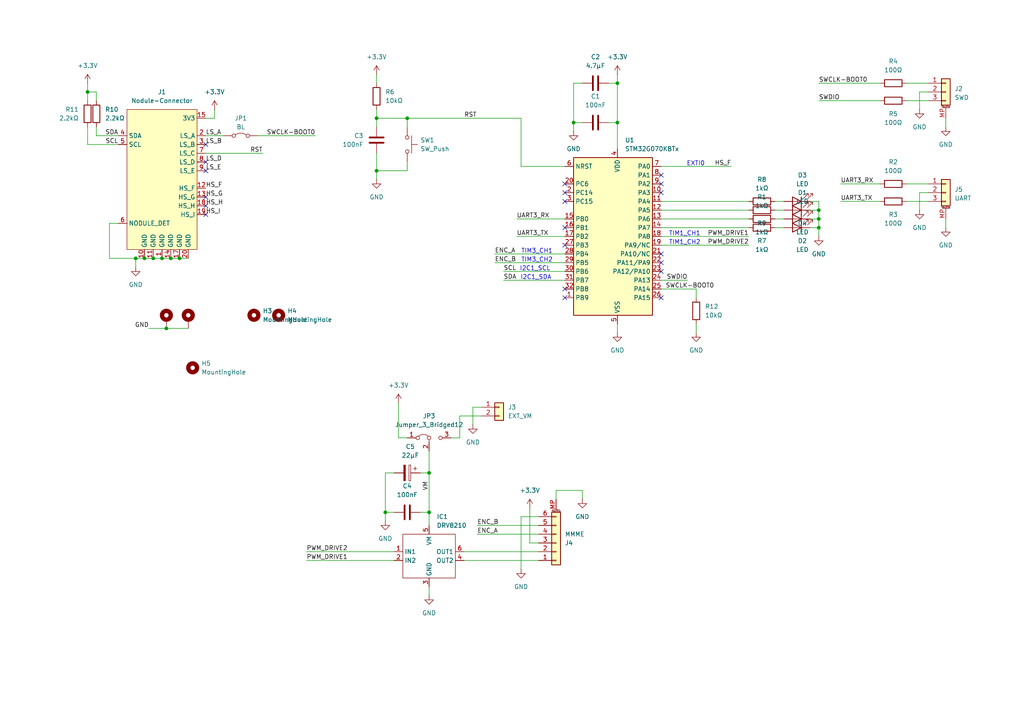
<source format=kicad_sch>
(kicad_sch (version 20231120) (generator "eeschema") (generator_version "8.0")
  (paper "A4")
  (title_block (title "Motor Hexpansion") (date "2024-05-25") (rev "V1.0") (company "Dumont Cybernetics"))
  (lib_symbols
    (symbol "Connector_Generic:Conn_01x02" (pin_names (offset 1.016) hide)
      (property "Reference" "J" (at 0 2.54 0))
      (property "Value" "Conn_01x02" (at 0 -5.08 0))
      (symbol "Conn_01x02_1_1"
        (rectangle (start -1.27 -2.413) (end 0 -2.667) (stroke (width 0.1524)))
        (rectangle (start -1.27 0.127) (end 0 -0.127) (stroke (width 0.1524)))
        (rectangle (start -1.27 1.27) (end 1.27 -3.81) (stroke (width 0.254)) (fill (type background)))
        (pin passive line (at -5.08 0 0) (length 3.81) (name "Pin_1") (number "1"))
        (pin passive line (at -5.08 -2.54 0) (length 3.81) (name "Pin_2") (number "2"))
      )
    )
    (symbol "Connector_Generic_MountingPin:Conn_01x03_MountingPin" (pin_names (offset 1.016) hide)
      (property "Reference" "J" (at 0 5.08 0))
      (property "Value" "Conn_01x03_MountingPin" (at 1.27 -5.08 0))
      (symbol "Conn_01x03_MountingPin_1_1"
        (rectangle (start -1.27 -2.413) (end 0 -2.667) (stroke (width 0.1524)))
        (rectangle (start -1.27 0.127) (end 0 -0.127) (stroke (width 0.1524)))
        (rectangle (start -1.27 2.667) (end 0 2.413) (stroke (width 0.1524)))
        (rectangle (start -1.27 3.81) (end 1.27 -3.81) (stroke (width 0.254)) (fill (type background)))
        (polyline (pts (xy -1.016 -4.572) (xy 1.016 -4.572)) (stroke (width 0.1524)))
        (text "Mounting" (at 0 -4.191 0) (effects (font (size 0.381 0.381))))
        (pin passive line (at -5.08 2.54 0) (length 3.81) (name "Pin_1") (number "1"))
        (pin passive line (at -5.08 0 0) (length 3.81) (name "Pin_2") (number "2"))
        (pin passive line (at -5.08 -2.54 0) (length 3.81) (name "Pin_3") (number "3"))
        (pin passive line (at 0 -7.62 90) (length 3.048) (name "MountPin") (number "MP"))
      )
    )
    (symbol "Connector_Generic_MountingPin:Conn_01x06_MountingPin" (pin_names (offset 1.016) hide)
      (property "Reference" "J" (at 0 7.62 0))
      (property "Value" "Conn_01x06_MountingPin" (at 1.27 -10.16 0))
      (symbol "Conn_01x06_MountingPin_1_1"
        (rectangle (start -1.27 -7.493) (end 0 -7.747) (stroke (width 0.1524)))
        (rectangle (start -1.27 -4.953) (end 0 -5.207) (stroke (width 0.1524)))
        (rectangle (start -1.27 -2.413) (end 0 -2.667) (stroke (width 0.1524)))
        (rectangle (start -1.27 0.127) (end 0 -0.127) (stroke (width 0.1524)))
        (rectangle (start -1.27 2.667) (end 0 2.413) (stroke (width 0.1524)))
        (rectangle (start -1.27 5.207) (end 0 4.953) (stroke (width 0.1524)))
        (rectangle (start -1.27 6.35) (end 1.27 -8.89) (stroke (width 0.254)) (fill (type background)))
        (polyline (pts (xy -1.016 -9.652) (xy 1.016 -9.652)) (stroke (width 0.1524)))
        (text "Mounting" (at 0 -9.271 0) (effects (font (size 0.381 0.381))))
        (pin passive line (at -5.08 5.08 0) (length 3.81) (name "Pin_1") (number "1"))
        (pin passive line (at -5.08 2.54 0) (length 3.81) (name "Pin_2") (number "2"))
        (pin passive line (at -5.08 0 0) (length 3.81) (name "Pin_3") (number "3"))
        (pin passive line (at -5.08 -2.54 0) (length 3.81) (name "Pin_4") (number "4"))
        (pin passive line (at -5.08 -5.08 0) (length 3.81) (name "Pin_5") (number "5"))
        (pin passive line (at -5.08 -7.62 0) (length 3.81) (name "Pin_6") (number "6"))
        (pin passive line (at 0 -12.7 90) (length 3.048) (name "MountPin") (number "MP"))
      )
    )
    (symbol "Device:C" (pin_numbers hide) (pin_names (offset 0.254))
      (property "Reference" "C" (at 0.635 2.54 0))
      (property "Value" "C" (at 0.635 -2.54 0))
      (symbol "C_0_1"
        (polyline (pts (xy -2.032 -0.762) (xy 2.032 -0.762)) (stroke (width 0.508)))
        (polyline (pts (xy -2.032 0.762) (xy 2.032 0.762)) (stroke (width 0.508)))
      )
      (symbol "C_1_1"
        (pin passive line (at 0 3.81 270) (length 2.794) (name "~") (number "1"))
        (pin passive line (at 0 -3.81 90) (length 2.794) (name "~") (number "2"))
      )
    )
    (symbol "Device:C_Polarized" (pin_numbers hide) (pin_names (offset 0.254))
      (property "Reference" "C" (at 0.635 2.54 0))
      (property "Value" "C_Polarized" (at 0.635 -2.54 0))
      (symbol "C_Polarized_0_1"
        (rectangle (start -2.286 0.508) (end 2.286 1.016))
        (polyline (pts (xy -1.778 2.286) (xy -0.762 2.286)))
        (polyline (pts (xy -1.27 2.794) (xy -1.27 1.778)))
        (rectangle (start 2.286 -0.508) (end -2.286 -1.016) (fill (type outline)))
      )
      (symbol "C_Polarized_1_1"
        (pin passive line (at 0 3.81 270) (length 2.794) (name "~") (number "1"))
        (pin passive line (at 0 -3.81 90) (length 2.794) (name "~") (number "2"))
      )
    )
    (symbol "Device:LED" (pin_numbers hide) (pin_names (offset 1.016) hide)
      (property "Reference" "D" (at 0 2.54 0))
      (property "Value" "LED" (at 0 -2.54 0))
      (symbol "LED_0_1"
        (polyline (pts (xy -1.27 -1.27) (xy -1.27 1.27)) (stroke (width 0.254)))
        (polyline (pts (xy -1.27 0) (xy 1.27 0)))
        (polyline (pts (xy 1.27 -1.27) (xy 1.27 1.27) (xy -1.27 0) (xy 1.27 -1.27)) (stroke (width 0.254)))
        (polyline (pts (xy -3.048 -0.762) (xy -4.572 -2.286) (xy -3.81 -2.286) (xy -4.572 -2.286) (xy -4.572 -1.524)))
        (polyline (pts (xy -1.778 -0.762) (xy -3.302 -2.286) (xy -2.54 -2.286) (xy -3.302 -2.286) (xy -3.302 -1.524)))
      )
      (symbol "LED_1_1"
        (pin passive line (at -3.81 0 0) (length 2.54) (name "K") (number "1"))
        (pin passive line (at 3.81 0 180) (length 2.54) (name "A") (number "2"))
      )
    )
    (symbol "Device:R" (pin_numbers hide) (pin_names (offset 0))
      (property "Reference" "R" (at 2.032 0 90))
      (property "Value" "R" (at 0 0 90))
      (symbol "R_0_1"
        (rectangle (start -1.016 -2.54) (end 1.016 2.54) (stroke (width 0.254)))
      )
      (symbol "R_1_1"
        (pin passive line (at 0 3.81 270) (length 1.27) (name "~") (number "1"))
        (pin passive line (at 0 -3.81 90) (length 1.27) (name "~") (number "2"))
      )
    )
    (symbol "Jumper:Jumper_2_Bridged" (pin_numbers hide) (pin_names (offset 0) hide) (exclude_from_sim yes)
      (property "Reference" "JP" (at 0 1.905 0))
      (property "Value" "Jumper_2_Bridged" (at 0 -2.54 0))
      (symbol "Jumper_2_Bridged_0_0"
        (circle (center -2.032 0) (radius 0.508))
        (circle (center 2.032 0) (radius 0.508))
      )
      (symbol "Jumper_2_Bridged_0_1"
        (arc (start 1.524 0.254) (mid 0 0.762) (end -1.524 0.254))
      )
      (symbol "Jumper_2_Bridged_1_1"
        (pin passive line (at -5.08 0 0) (length 2.54) (name "A") (number "1"))
        (pin passive line (at 5.08 0 180) (length 2.54) (name "B") (number "2"))
      )
    )
    (symbol "Jumper:Jumper_3_Bridged12" (pin_names (offset 0) hide)
      (property "Reference" "JP" (at -2.54 -2.54 0))
      (property "Value" "Jumper_3_Bridged12" (at 0 2.794 0))
      (symbol "Jumper_3_Bridged12_0_0"
        (circle (center -3.302 0) (radius 0.508))
        (circle (center 0 0) (radius 0.508))
        (circle (center 3.302 0) (radius 0.508))
      )
      (symbol "Jumper_3_Bridged12_0_1"
        (arc (start -0.254 0.508) (mid -1.651 0.9912) (end -3.048 0.508))
        (polyline (pts (xy 0 -1.27) (xy 0 -0.508)))
      )
      (symbol "Jumper_3_Bridged12_1_1"
        (pin passive line (at -6.35 0 0) (length 2.54) (name "A") (number "1"))
        (pin passive line (at 0 -3.81 90) (length 2.54) (name "C") (number "2"))
        (pin passive line (at 6.35 0 180) (length 2.54) (name "B") (number "3"))
      )
    )
    (symbol "MCU_ST_STM32G0:STM32G070KBTx"
      (property "Reference" "U" (at -10.16 24.13 0))
      (property "Value" "STM32G070KBTx" (at 5.08 24.13 0))
      (symbol "STM32G070KBTx_0_1"
        (rectangle (start -10.16 -22.86) (end 12.7 22.86) (stroke (width 0.254)) (fill (type background)))
      )
      (symbol "STM32G070KBTx_1_1"
        (pin bidirectional line (at -12.7 -17.78 0) (length 2.54) (name "PB9") (number "1"))
        (pin bidirectional line (at 15.24 12.7 180) (length 2.54) (name "PA3") (number "10"))
        (pin bidirectional line (at 15.24 10.16 180) (length 2.54) (name "PA4") (number "11"))
        (pin bidirectional line (at 15.24 7.62 180) (length 2.54) (name "PA5") (number "12"))
        (pin bidirectional line (at 15.24 5.08 180) (length 2.54) (name "PA6") (number "13"))
        (pin bidirectional line (at 15.24 2.54 180) (length 2.54) (name "PA7") (number "14"))
        (pin bidirectional line (at -12.7 5.08 0) (length 2.54) (name "PB0") (number "15"))
        (pin bidirectional line (at -12.7 2.54 0) (length 2.54) (name "PB1") (number "16"))
        (pin bidirectional line (at -12.7 0 0) (length 2.54) (name "PB2") (number "17"))
        (pin bidirectional line (at 15.24 0 180) (length 2.54) (name "PA8") (number "18"))
        (pin bidirectional line (at 15.24 -2.54 180) (length 2.54) (name "PA9/NC") (number "19"))
        (pin bidirectional line (at -12.7 12.7 0) (length 2.54) (name "PC14") (number "2"))
        (pin bidirectional line (at -12.7 15.24 0) (length 2.54) (name "PC6") (number "20"))
        (pin bidirectional line (at 15.24 -5.08 180) (length 2.54) (name "PA10/NC") (number "21"))
        (pin bidirectional line (at 15.24 -7.62 180) (length 2.54) (name "PA11/PA9") (number "22"))
        (pin bidirectional line (at 15.24 -10.16 180) (length 2.54) (name "PA12/PA10") (number "23"))
        (pin bidirectional line (at 15.24 -12.7 180) (length 2.54) (name "PA13") (number "24"))
        (pin bidirectional line (at 15.24 -15.24 180) (length 2.54) (name "PA14") (number "25"))
        (pin bidirectional line (at 15.24 -17.78 180) (length 2.54) (name "PA15") (number "26"))
        (pin bidirectional line (at -12.7 -2.54 0) (length 2.54) (name "PB3") (number "27"))
        (pin bidirectional line (at -12.7 -5.08 0) (length 2.54) (name "PB4") (number "28"))
        (pin bidirectional line (at -12.7 -7.62 0) (length 2.54) (name "PB5") (number "29"))
        (pin bidirectional line (at -12.7 10.16 0) (length 2.54) (name "PC15") (number "3"))
        (pin bidirectional line (at -12.7 -10.16 0) (length 2.54) (name "PB6") (number "30"))
        (pin bidirectional line (at -12.7 -12.7 0) (length 2.54) (name "PB7") (number "31"))
        (pin bidirectional line (at -12.7 -15.24 0) (length 2.54) (name "PB8") (number "32"))
        (pin power_in line (at 2.54 25.4 270) (length 2.54) (name "VDD") (number "4"))
        (pin power_in line (at 2.54 -25.4 90) (length 2.54) (name "VSS") (number "5"))
        (pin input line (at -12.7 20.32 0) (length 2.54) (name "NRST") (number "6"))
        (pin bidirectional line (at 15.24 20.32 180) (length 2.54) (name "PA0") (number "7"))
        (pin bidirectional line (at 15.24 17.78 180) (length 2.54) (name "PA1") (number "8"))
        (pin bidirectional line (at 15.24 15.24 180) (length 2.54) (name "PA2") (number "9"))
      )
    )
    (symbol "Mechanical:MountingHole" (pin_names (offset 1.016))
      (property "Reference" "H" (at 0 5.08 0))
      (property "Value" "MountingHole" (at 0 3.175 0))
      (symbol "MountingHole_0_1"
        (circle (center 0 0) (radius 1.27) (stroke (width 1.27)))
      )
    )
    (symbol "Mechanical:MountingHole_Pad" (pin_numbers hide) (pin_names (offset 1.016) hide)
      (property "Reference" "H" (at 0 6.35 0))
      (property "Value" "MountingHole_Pad" (at 0 4.445 0))
      (symbol "MountingHole_Pad_0_1"
        (circle (center 0 1.27) (radius 1.27) (stroke (width 1.27)))
      )
      (symbol "MountingHole_Pad_1_1"
        (pin input line (at 0 -2.54 90) (length 2.54) (name "1") (number "1"))
      )
    )
    (symbol "MountingHole_1" (pin_names (offset 1.016)) (exclude_from_sim yes) (in_bom no)
      (property "Reference" "H" (at 0 5.08 0))
      (property "Value" "MountingHole" (at 0 3.175 0))
      (symbol "MountingHole_1_0_1"
        (circle (center 0 0) (radius 1.27) (stroke (width 1.27)))
      )
    )
    (symbol "Switch:SW_Push" (pin_numbers hide) (pin_names (offset 1.016) hide)
      (property "Reference" "SW" (at 1.27 2.54 0))
      (property "Value" "SW_Push" (at 0 -1.524 0))
      (symbol "SW_Push_0_1"
        (circle (center -2.032 0) (radius 0.508))
        (polyline (pts (xy 0 1.27) (xy 0 3.048)))
        (polyline (pts (xy 2.54 1.27) (xy -2.54 1.27)))
        (circle (center 2.032 0) (radius 0.508))
        (pin passive line (at -5.08 0 0) (length 2.54) (name "1") (number "1"))
        (pin passive line (at 5.08 0 180) (length 2.54) (name "2") (number "2"))
      )
    )
    (symbol "extras:DRV8210"
      (property "Reference" "IC" (at 0 0 0))
      (property "Value" "DRV8210" (at 0 0 0))
      (symbol "DRV8210_1_1"
        (text_box "" (at -7.62 6.35 0) (size 15.24 -12.7) (fill (type color)) (effects (font (size 1.27 1.27)) (justify left top)))
        (pin input line (at -10.16 1.27 0) (length 2.54) (name "IN1") (number "1"))
        (pin input line (at -10.16 -1.27 0) (length 2.54) (name "IN2") (number "2"))
        (pin power_in line (at 0 -8.89 90) (length 2.54) (name "GND") (number "3"))
        (pin output line (at 10.16 -1.27 180) (length 2.54) (name "OUT2") (number "4"))
        (pin power_in line (at 0 8.89 270) (length 2.54) (name "VM") (number "5"))
        (pin output line (at 10.16 1.27 180) (length 2.54) (name "OUT1") (number "6"))
      )
    )
    (symbol "nodular:nodular-edge-connector" (in_bom no)
      (property "Reference" "J" (at -6.35 17.78 0))
      (property "Value" "Nodule-Connector" (at 0 21.59 0))
      (symbol "nodular-edge-connector_1_1"
        (rectangle (start -10.16 20.32) (end 10.16 -20.32) (fill (type background)))
        (pin power_out line (at 0 -22.86 90) (length 2.54) (name "GND") (number "1"))
        (pin passive line (at -5.08 -22.86 90) (length 2.54) (name "GND") (number "10"))
        (pin passive line (at -2.54 -22.86 90) (length 2.54) (name "GND") (number "11"))
        (pin bidirectional line (at 12.7 -2.54 180) (length 2.54) (name "HS_F") (number "12"))
        (pin bidirectional line (at 12.7 -5.08 180) (length 2.54) (name "HS_G") (number "13"))
        (pin passive line (at 2.54 -22.86 90) (length 2.54) (name "GND") (number "14"))
        (pin power_out line (at 12.7 17.78 180) (length 2.54) (name "3V3") (number "15"))
        (pin passive line (at 12.7 17.78 180) (length 2.54) hide (name "3V3") (number "16"))
        (pin passive line (at 5.08 -22.86 90) (length 2.54) (name "GND") (number "17"))
        (pin bidirectional line (at 12.7 -7.62 180) (length 2.54) (name "HS_H") (number "18"))
        (pin bidirectional line (at 12.7 -10.16 180) (length 2.54) (name "HS_I") (number "19"))
        (pin bidirectional line (at 12.7 12.7 180) (length 2.54) (name "LS_A") (number "2"))
        (pin passive line (at 7.62 -22.86 90) (length 2.54) (name "GND") (number "20"))
        (pin bidirectional line (at 12.7 10.16 180) (length 2.54) (name "LS_B") (number "3"))
        (pin bidirectional line (at -12.7 12.7 0) (length 2.54) (name "SDA") (number "4"))
        (pin output line (at -12.7 10.16 0) (length 2.54) (name "SCL") (number "5"))
        (pin bidirectional line (at -12.7 -12.7 0) (length 2.54) (name "NODULE_DET") (number "6"))
        (pin bidirectional line (at 12.7 7.62 180) (length 2.54) (name "LS_C") (number "7"))
        (pin bidirectional line (at 12.7 5.08 180) (length 2.54) (name "LS_D") (number "8"))
        (pin bidirectional line (at 12.7 2.54 180) (length 2.54) (name "LS_E") (number "9"))
      )
    )
    (symbol "power:+3.3V" (power) (pin_numbers hide) (pin_names (offset 0) hide)
      (property "Value" "+3.3V" (at 0 3.556 0))
      (symbol "+3.3V_0_1"
        (polyline (pts (xy -0.762 1.27) (xy 0 2.54)))
        (polyline (pts (xy 0 0) (xy 0 2.54)))
        (polyline (pts (xy 0 2.54) (xy 0.762 1.27)))
      )
      (symbol "+3.3V_1_1"
        (pin power_in line (at 0 0 90) (length 0) (name "~") (number "1"))
      )
    )
    (symbol "power:GND" (power) (pin_numbers hide) (pin_names (offset 0) hide)
      (property "Value" "GND" (at 0 -3.81 0))
      (symbol "GND_0_1"
        (polyline (pts (xy 0 0) (xy 0 -1.27) (xy 1.27 -1.27) (xy 0 -2.54) (xy -1.27 -1.27) (xy 0 -1.27)))
      )
      (symbol "GND_1_1"
        (pin power_in line (at 0 0 270) (length 0) (name "~") (number "1"))
      )
    )
    (symbol "power:PWR_FLAG" (power) (pin_numbers hide) (pin_names (offset 0) hide)
      (property "Value" "PWR_FLAG" (at 0 3.81 0))
      (symbol "PWR_FLAG_0_0"
        (pin power_out line (at 0 0 90) (length 0) (name "~") (number "1"))
      )
      (symbol "PWR_FLAG_0_1"
        (polyline (pts (xy 0 0) (xy 0 1.27) (xy -1.016 1.905) (xy 0 2.54) (xy 1.016 1.905) (xy 0 1.27)))
      )
    )
  )
  (junction (at 237.49 66.04))
  (junction (at 166.37 35.56))
  (junction (at 111.76 148.59))
  (junction (at 52.07 74.93))
  (junction (at 179.07 24.13))
  (junction (at 44.45 74.93))
  (junction (at 109.22 34.29))
  (junction (at 179.07 35.56))
  (junction (at 49.53 74.93))
  (junction (at 46.99 74.93))
  (junction (at 39.37 74.93))
  (junction (at 237.49 60.96))
  (junction (at 41.91 74.93))
  (junction (at 124.46 148.59))
  (junction (at 109.22 49.53))
  (junction (at 118.11 34.29))
  (junction (at 25.4 26.67))
  (junction (at 124.46 137.16))
  (junction (at 48.26 95.25))
  (junction (at 237.49 63.5))
  (no_connect (at 191.77 86.36))
  (no_connect (at 191.77 78.74))
  (no_connect (at 59.69 49.53))
  (no_connect (at 59.69 59.69))
  (no_connect (at 163.83 55.88))
  (no_connect (at 163.83 58.42))
  (no_connect (at 59.69 41.91))
  (no_connect (at 191.77 55.88))
  (no_connect (at 163.83 86.36))
  (no_connect (at 191.77 50.8))
  (no_connect (at 163.83 83.82))
  (no_connect (at 59.69 57.15))
  (no_connect (at 191.77 73.66))
  (no_connect (at 163.83 66.04))
  (no_connect (at 59.69 46.99))
  (no_connect (at 163.83 71.12))
  (no_connect (at 191.77 76.2))
  (no_connect (at 59.69 62.23))
  (no_connect (at 163.83 53.34))
  (no_connect (at 191.77 53.34))
  (wire (pts (xy 201.93 93.98) (xy 201.93 96.52)))
  (wire (pts (xy 48.26 95.25) (xy 54.61 95.25)))
  (wire (pts (xy 44.45 74.93) (xy 46.99 74.93)))
  (wire (pts (xy 27.94 39.37) (xy 34.29 39.37)))
  (wire (pts (xy 46.99 74.93) (xy 49.53 74.93)))
  (wire (pts (xy 133.35 127) (xy 130.81 127)))
  (wire (pts (xy 149.86 68.58) (xy 163.83 68.58)))
  (wire (pts (xy 109.22 44.45) (xy 109.22 49.53)))
  (wire (pts (xy 49.53 74.93) (xy 52.07 74.93)))
  (wire (pts (xy 124.46 170.18) (xy 124.46 172.72)))
  (wire (pts (xy 138.43 152.4) (xy 156.21 152.4)))
  (wire (pts (xy 234.95 58.42) (xy 237.49 58.42)))
  (wire (pts (xy 269.24 55.88) (xy 266.7 55.88)))
  (wire (pts (xy 179.07 93.98) (xy 179.07 96.52)))
  (wire (pts (xy 227.33 66.04) (xy 224.79 66.04)))
  (wire (pts (xy 25.4 29.21) (xy 25.4 26.67)))
  (wire (pts (xy 39.37 74.93) (xy 41.91 74.93)))
  (wire (pts (xy 121.92 148.59) (xy 124.46 148.59)))
  (wire (pts (xy 191.77 58.42) (xy 217.17 58.42)))
  (wire (pts (xy 118.11 49.53) (xy 118.11 46.99)))
  (wire (pts (xy 179.07 21.59) (xy 179.07 24.13)))
  (wire (pts (xy 124.46 148.59) (xy 124.46 152.4)))
  (wire (pts (xy 161.29 142.24) (xy 168.91 142.24)))
  (wire (pts (xy 31.75 64.77) (xy 31.75 74.93)))
  (wire (pts (xy 237.49 58.42) (xy 237.49 60.96)))
  (wire (pts (xy 134.62 160.02) (xy 156.21 160.02)))
  (wire (pts (xy 143.51 76.2) (xy 163.83 76.2)))
  (wire (pts (xy 134.62 162.56) (xy 156.21 162.56)))
  (wire (pts (xy 133.35 120.65) (xy 133.35 127)))
  (wire (pts (xy 34.29 64.77) (xy 31.75 64.77)))
  (wire (pts (xy 191.77 83.82) (xy 201.93 83.82)))
  (wire (pts (xy 34.29 41.91) (xy 25.4 41.91)))
  (wire (pts (xy 25.4 26.67) (xy 27.94 26.67)))
  (wire (pts (xy 234.95 60.96) (xy 237.49 60.96)))
  (wire (pts (xy 274.32 34.29) (xy 274.32 36.83)))
  (wire (pts (xy 25.4 41.91) (xy 25.4 36.83)))
  (wire (pts (xy 237.49 24.13) (xy 255.27 24.13)))
  (wire (pts (xy 114.3 160.02) (xy 88.9 160.02)))
  (wire (pts (xy 153.67 147.32) (xy 153.67 157.48)))
  (wire (pts (xy 237.49 66.04) (xy 237.49 68.58)))
  (wire (pts (xy 109.22 49.53) (xy 118.11 49.53)))
  (wire (pts (xy 114.3 162.56) (xy 88.9 162.56)))
  (wire (pts (xy 62.23 34.29) (xy 59.69 34.29)))
  (wire (pts (xy 262.89 24.13) (xy 269.24 24.13)))
  (wire (pts (xy 109.22 21.59) (xy 109.22 24.13)))
  (wire (pts (xy 153.67 157.48) (xy 156.21 157.48)))
  (wire (pts (xy 234.95 66.04) (xy 237.49 66.04)))
  (wire (pts (xy 151.13 34.29) (xy 151.13 48.26)))
  (wire (pts (xy 191.77 63.5) (xy 217.17 63.5)))
  (wire (pts (xy 191.77 71.12) (xy 217.17 71.12)))
  (wire (pts (xy 201.93 83.82) (xy 201.93 86.36)))
  (wire (pts (xy 25.4 24.13) (xy 25.4 26.67)))
  (wire (pts (xy 269.24 26.67) (xy 266.7 26.67)))
  (wire (pts (xy 115.57 127) (xy 118.11 127)))
  (wire (pts (xy 109.22 49.53) (xy 109.22 52.07)))
  (wire (pts (xy 166.37 35.56) (xy 168.91 35.56)))
  (wire (pts (xy 166.37 35.56) (xy 166.37 38.1)))
  (wire (pts (xy 115.57 116.84) (xy 115.57 127)))
  (wire (pts (xy 62.23 31.75) (xy 62.23 34.29)))
  (wire (pts (xy 139.7 120.65) (xy 133.35 120.65)))
  (wire (pts (xy 266.7 26.67) (xy 266.7 31.75)))
  (wire (pts (xy 74.93 39.37) (xy 91.44 39.37)))
  (wire (pts (xy 138.43 154.94) (xy 156.21 154.94)))
  (wire (pts (xy 262.89 53.34) (xy 269.24 53.34)))
  (wire (pts (xy 179.07 24.13) (xy 179.07 35.56)))
  (wire (pts (xy 121.92 137.16) (xy 124.46 137.16)))
  (wire (pts (xy 109.22 34.29) (xy 118.11 34.29)))
  (wire (pts (xy 43.18 95.25) (xy 48.26 95.25)))
  (wire (pts (xy 237.49 29.21) (xy 255.27 29.21)))
  (wire (pts (xy 262.89 29.21) (xy 269.24 29.21)))
  (wire (pts (xy 212.09 48.26) (xy 191.77 48.26)))
  (wire (pts (xy 59.69 39.37) (xy 64.77 39.37)))
  (wire (pts (xy 176.53 35.56) (xy 179.07 35.56)))
  (wire (pts (xy 168.91 24.13) (xy 166.37 24.13)))
  (wire (pts (xy 234.95 63.5) (xy 237.49 63.5)))
  (wire (pts (xy 109.22 31.75) (xy 109.22 34.29)))
  (wire (pts (xy 151.13 149.86) (xy 151.13 165.1)))
  (wire (pts (xy 137.16 123.19) (xy 137.16 118.11)))
  (wire (pts (xy 109.22 34.29) (xy 109.22 36.83)))
  (wire (pts (xy 137.16 118.11) (xy 139.7 118.11)))
  (wire (pts (xy 146.05 81.28) (xy 163.83 81.28)))
  (wire (pts (xy 31.75 74.93) (xy 39.37 74.93)))
  (wire (pts (xy 237.49 63.5) (xy 237.49 66.04)))
  (wire (pts (xy 27.94 36.83) (xy 27.94 39.37)))
  (wire (pts (xy 227.33 58.42) (xy 224.79 58.42)))
  (wire (pts (xy 111.76 137.16) (xy 111.76 148.59)))
  (wire (pts (xy 243.84 53.34) (xy 255.27 53.34)))
  (wire (pts (xy 156.21 149.86) (xy 151.13 149.86)))
  (wire (pts (xy 176.53 24.13) (xy 179.07 24.13)))
  (wire (pts (xy 111.76 148.59) (xy 111.76 151.13)))
  (wire (pts (xy 27.94 26.67) (xy 27.94 29.21)))
  (wire (pts (xy 114.3 137.16) (xy 111.76 137.16)))
  (wire (pts (xy 274.32 63.5) (xy 274.32 66.04)))
  (wire (pts (xy 161.29 144.78) (xy 161.29 142.24)))
  (wire (pts (xy 124.46 130.81) (xy 124.46 137.16)))
  (wire (pts (xy 191.77 68.58) (xy 217.17 68.58)))
  (wire (pts (xy 243.84 58.42) (xy 255.27 58.42)))
  (wire (pts (xy 304.8 144.78) (xy 304.8 148.59)))
  (wire (pts (xy 179.07 35.56) (xy 179.07 43.18)))
  (wire (pts (xy 191.77 66.04) (xy 217.17 66.04)))
  (wire (pts (xy 143.51 73.66) (xy 163.83 73.66)))
  (wire (pts (xy 149.86 63.5) (xy 163.83 63.5)))
  (wire (pts (xy 59.69 44.45) (xy 76.2 44.45)))
  (wire (pts (xy 151.13 48.26) (xy 163.83 48.26)))
  (wire (pts (xy 124.46 137.16) (xy 124.46 148.59)))
  (wire (pts (xy 191.77 60.96) (xy 217.17 60.96)))
  (wire (pts (xy 227.33 60.96) (xy 224.79 60.96)))
  (wire (pts (xy 146.05 78.74) (xy 163.83 78.74)))
  (wire (pts (xy 114.3 148.59) (xy 111.76 148.59)))
  (wire (pts (xy 191.77 81.28) (xy 199.39 81.28)))
  (wire (pts (xy 118.11 34.29) (xy 118.11 36.83)))
  (wire (pts (xy 227.33 63.5) (xy 224.79 63.5)))
  (wire (pts (xy 304.8 148.59) (xy 311.15 148.59)))
  (wire (pts (xy 237.49 60.96) (xy 237.49 63.5)))
  (wire (pts (xy 166.37 24.13) (xy 166.37 35.56)))
  (wire (pts (xy 262.89 58.42) (xy 269.24 58.42)))
  (wire (pts (xy 266.7 55.88) (xy 266.7 60.96)))
  (wire (pts (xy 52.07 74.93) (xy 54.61 74.93)))
  (wire (pts (xy 168.91 142.24) (xy 168.91 144.78)))
  (wire (pts (xy 118.11 34.29) (xy 151.13 34.29)))
  (wire (pts (xy 41.91 74.93) (xy 44.45 74.93)))
  (wire (pts (xy 39.37 74.93) (xy 39.37 77.47)))
  (text "TIM1_CH2" (at 203.2 71.12 0) (effects (font (size 1.27 1.27)) (justify right bottom)))
  (text "EXTI0" (at 204.47 48.26 0) (effects (font (size 1.27 1.27)) (justify right bottom)))
  (text "I2C1_SDA" (at 155.448 80.518 0) (effects (font (size 1.27 1.27))))
  (text "TIM1_CH1" (at 203.2 68.58 0) (effects (font (size 1.27 1.27)) (justify right bottom)))
  (text "I2C1_SCL" (at 155.194 77.978 0) (effects (font (size 1.27 1.27))))
  (text "TIM3_CH1" (at 151.13 73.66 0) (effects (font (size 1.27 1.27)) (justify left bottom)))
  (text "TIM3_CH2" (at 151.13 76.2 0) (effects (font (size 1.27 1.27)) (justify left bottom)))
  (label "PWM_DRIVE1" (at 217.17 68.58 180))
  (label "VM" (at 311.15 148.59 180))
  (label "PWM_DRIVE2" (at 88.9 160.02 0))
  (label "GND" (at 43.18 95.25 180))
  (label "ENC_B" (at 138.43 152.4 0))
  (label "LS_E" (at 59.69 49.53 0))
  (label "LS_A" (at 59.69 39.37 0))
  (label "SCL" (at 34.29 41.91 180))
  (label "ENC_A" (at 143.51 73.66 0))
  (label "ENC_B" (at 143.51 76.2 0))
  (label "VM" (at 124.46 142.24 90))
  (label "SDA" (at 34.29 39.37 180))
  (label "UART3_RX" (at 149.86 63.5 0))
  (label "HS_I" (at 59.69 62.23 0))
  (label "RST" (at 76.2 44.45 180))
  (label "SWCLK-BOOT0" (at 237.49 24.13 0))
  (label "HS_F" (at 59.69 54.61 0))
  (label "HS_F" (at 212.09 48.26 180))
  (label "HS_G" (at 59.69 57.15 0))
  (label "SWCLK-BOOT0" (at 91.44 39.37 180))
  (label "UART3_RX" (at 243.84 53.34 0))
  (label "ENC_A" (at 138.43 154.94 0))
  (label "UART3_TX" (at 243.84 58.42 0))
  (label "SWDIO" (at 199.39 81.28 180))
  (label "HS_H" (at 59.69 59.69 0))
  (label "PWM_DRIVE2" (at 217.17 71.12 180))
  (label "LS_D" (at 59.69 46.99 0))
  (label "PWM_DRIVE1" (at 88.9 162.56 0))
  (label "SWCLK-BOOT0" (at 193.04 83.82 0))
  (label "LS_B" (at 59.69 41.91 0))
  (label "SCL" (at 146.05 78.74 0))
  (label "SDA" (at 146.05 81.28 0))
  (label "RST" (at 134.62 34.29 0))
  (label "SWDIO" (at 237.49 29.21 0))
  (label "UART3_TX" (at 149.86 68.58 0))
  (symbol (lib_id "power:GND") (at 39.37 77.47 0) (unit 1)
    (property "Reference" "#PWR06" (effects (hide yes)))
    (property "Value" "GND" (at 39.37 82.55 0))
    (property "Description" "Power symbol creates a global label with name \"GND\" , ground" (effects (hide yes)))
  )
  (symbol (lib_id "Device:R") (at 220.98 63.5 90) (unit 1)
    (property "Reference" "R1" (at 220.98 57.15 90))
    (property "Value" "1kΩ" (at 220.98 59.69 90))
    (property "Footprint" "Resistor_SMD:R_0603_1608Metric" (effects (hide yes)))
  )
  (symbol (lib_id "power:GND") (at 111.76 151.13 0) (unit 1)
    (property "Reference" "#PWR015" (effects (hide yes)))
    (property "Value" "GND" (at 111.76 156.21 0))
    (property "Description" "Power symbol creates a global label with name \"GND\" , ground" (effects (hide yes)))
  )
  (symbol (lib_id "Mechanical:MountingHole") (at 73.66 91.44 0) (unit 1)
    (property "Reference" "H3" (at 76.2 90.1699 0) (effects (justify left)))
    (property "Value" "MountingHole" (at 76.2 92.7099 0) (effects (justify left)))
    (property "Footprint" "MountingHole:MountingHole_2.2mm_M2" (effects (hide yes)))
    (property "Description" "Mounting Hole without connection" (effects (hide yes)))
  )
  (symbol (lib_id "Connector_Generic_MountingPin:Conn_01x03_MountingPin") (at 274.32 26.67 0) (unit 1)
    (property "Reference" "J2" (at 276.86 25.7555 0) (effects (justify left)))
    (property "Value" "SWD" (at 276.86 28.2955 0) (effects (justify left)))
    (property "Footprint" "Connector_JST:JST_SH_SM03B-SRSS-TB_1x03-1MP_P1.00mm_Horizontal" (effects (hide yes)))
    (property "Description" "Generic connectable mounting pin connector, single row, 01x03, script generated (kicad-library-utils/schlib/autogen/connector/)" (effects (hide yes)))
  )
  (symbol (lib_id "Device:R") (at 109.22 27.94 0) (unit 1)
    (property "Reference" "R6" (at 111.76 26.6699 0) (effects (justify left)))
    (property "Value" "10kΩ" (at 111.76 29.2099 0) (effects (justify left)))
    (property "Footprint" "Resistor_SMD:R_0603_1608Metric" (effects (hide yes)))
    (property "Description" "Resistor" (effects (hide yes)))
  )
  (symbol (lib_id "power:GND") (at 109.22 52.07 0) (unit 1)
    (property "Reference" "#PWR014" (effects (hide yes)))
    (property "Value" "GND" (at 109.22 57.15 0))
    (property "Description" "Power symbol creates a global label with name \"GND\" , ground" (effects (hide yes)))
  )
  (symbol (lib_id "power:GND") (at 137.16 123.19 0) (unit 1)
    (property "Reference" "#PWR09" (effects (hide yes)))
    (property "Value" "GND" (at 137.16 128.27 0))
    (property "Description" "Power symbol creates a global label with name \"GND\" , ground" (effects (hide yes)))
  )
  (symbol (lib_id "Device:R") (at 220.98 58.42 90) (unit 1)
    (property "Reference" "R8" (at 220.98 52.07 90))
    (property "Value" "1kΩ" (at 220.98 54.61 90))
    (property "Footprint" "Resistor_SMD:R_0603_1608Metric" (effects (hide yes)))
  )
  (symbol (lib_id "Device:C_Polarized") (at 118.11 137.16 270) (unit 1)
    (property "Reference" "C5" (at 118.999 129.54 90))
    (property "Value" "22µF" (at 118.999 132.08 90))
    (property "Footprint" "Capacitor_SMD:CP_Elec_5x5.4" (effects (hide yes)))
    (property "Description" "Polarized capacitor" (effects (hide yes)))
  )
  (symbol (lib_name "MountingHole_1") (lib_id "Mechanical:MountingHole") (at 55.88 106.68 0) (unit 1) (exclude_from_sim yes) (in_bom no)
    (property "Reference" "H5" (at 58.42 105.4099 0) (effects (justify left)))
    (property "Value" "MountingHole" (at 58.42 107.9499 0) (effects (justify left)))
    (property "Footprint" "extras:dclogo" (effects (hide yes)))
    (property "Description" "Mounting Hole without connection" (effects (hide yes)))
  )
  (symbol (lib_id "Device:C") (at 109.22 40.64 0) (unit 1)
    (property "Reference" "C3" (at 105.41 39.3699 0) (effects (justify right)))
    (property "Value" "100nF" (at 105.41 41.9099 0) (effects (justify right)))
    (property "Footprint" "Capacitor_SMD:C_0603_1608Metric" (effects (hide yes)))
    (property "Description" "Unpolarized capacitor" (effects (hide yes)))
  )
  (symbol (lib_id "Device:LED") (at 231.14 58.42 180) (unit 1)
    (property "Reference" "D3" (at 232.7275 50.8 0))
    (property "Value" "LED" (at 232.7275 53.34 0))
    (property "Footprint" "LED_SMD:LED_0603_1608Metric_Pad1.05x0.95mm_HandSolder" (effects (hide yes)))
  )
  (symbol (lib_id "Mechanical:MountingHole_Pad") (at 48.26 92.71 0) (unit 1)
    (property "Reference" "H1" (effects (hide yes)))
    (property "Value" "MountingHole_Pad" (effects (hide yes)))
    (property "Footprint" "MountingHole:MountingHole_2.2mm_M2_Pad_Via" (effects (hide yes)))
  )
  (symbol (lib_id "Device:LED") (at 231.14 63.5 180) (unit 1)
    (property "Reference" "D1" (at 232.7275 55.88 0))
    (property "Value" "LED" (at 232.7275 58.42 0))
    (property "Footprint" "LED_SMD:LED_0603_1608Metric_Pad1.05x0.95mm_HandSolder" (effects (hide yes)))
  )
  (symbol (lib_id "power:GND") (at 266.7 31.75 0) (unit 1)
    (property "Reference" "#PWR01" (effects (hide yes)))
    (property "Value" "GND" (at 266.7 36.83 0))
    (property "Description" "Power symbol creates a global label with name \"GND\" , ground" (effects (hide yes)))
  )
  (symbol (lib_id "power:GND") (at 274.32 66.04 0) (unit 1)
    (property "Reference" "#PWR020" (effects (hide yes)))
    (property "Value" "GND" (at 274.32 71.12 0))
    (property "Description" "Power symbol creates a global label with name \"GND\" , ground" (effects (hide yes)))
  )
  (symbol (lib_id "power:GND") (at 166.37 38.1 0) (unit 1)
    (property "Reference" "#PWR02" (effects (hide yes)))
    (property "Value" "GND" (at 166.37 43.18 0))
    (property "Description" "Power symbol creates a global label with name \"GND\" , ground" (effects (hide yes)))
  )
  (symbol (lib_id "Mechanical:MountingHole") (at 80.8212 91.4401 0) (unit 1)
    (property "Reference" "H4" (at 83.3612 90.17 0) (effects (justify left)))
    (property "Value" "MountingHole" (at 83.3612 92.71 0) (effects (justify left)))
    (property "Footprint" "MountingHole:MountingHole_2.2mm_M2" (effects (hide yes)))
    (property "Description" "Mounting Hole without connection" (effects (hide yes)))
  )
  (symbol (lib_id "Device:R") (at 259.08 24.13 90) (unit 1)
    (property "Reference" "R4" (at 259.08 17.78 90))
    (property "Value" "100Ω" (at 259.08 20.32 90))
    (property "Footprint" "Resistor_SMD:R_0603_1608Metric" (effects (hide yes)))
    (property "Description" "Resistor" (effects (hide yes)))
  )
  (symbol (lib_id "Device:R") (at 220.98 66.04 270) (mirror x) (unit 1)
    (property "Reference" "R7" (at 220.98 69.85 90))
    (property "Value" "1kΩ" (at 220.98 72.39 90))
    (property "Footprint" "Resistor_SMD:R_0603_1608Metric" (effects (hide yes)))
  )
  (symbol (lib_id "Device:R") (at 259.08 29.21 90) (unit 1)
    (property "Reference" "R5" (at 259.08 33.02 90))
    (property "Value" "100Ω" (at 259.08 35.56 90))
    (property "Footprint" "Resistor_SMD:R_0603_1608Metric" (effects (hide yes)))
    (property "Description" "Resistor" (effects (hide yes)))
  )
  (symbol (lib_id "Device:LED") (at 231.14 66.04 180) (unit 1)
    (property "Reference" "D2" (at 232.7275 69.85 0))
    (property "Value" "LED" (at 232.7275 72.39 0))
    (property "Footprint" "LED_SMD:LED_0603_1608Metric_Pad1.05x0.95mm_HandSolder" (effects (hide yes)))
  )
  (symbol (lib_id "power:PWR_FLAG") (at 304.8 144.78 0) (unit 1)
    (property "Reference" "#FLG01" (effects (hide yes)))
    (property "Value" "PWR_FLAG" (at 304.8 139.7 0))
    (property "Description" "Special symbol for telling ERC where power comes from" (effects (hide yes)))
  )
  (symbol (lib_id "Mechanical:MountingHole_Pad") (at 54.61 92.71 0) (unit 1)
    (property "Reference" "H2" (effects (hide yes)))
    (property "Value" "MountingHole_Pad" (effects (hide yes)))
    (property "Footprint" "MountingHole:MountingHole_2.2mm_M2_Pad_Via" (effects (hide yes)))
  )
  (symbol (lib_id "Device:R") (at 259.08 58.42 90) (unit 1)
    (property "Reference" "R3" (at 259.08 62.23 90))
    (property "Value" "100Ω" (at 259.08 64.77 90))
    (property "Footprint" "Resistor_SMD:R_0603_1608Metric" (effects (hide yes)))
    (property "Description" "Resistor" (effects (hide yes)))
  )
  (symbol (lib_id "power:GND") (at 124.46 172.72 0) (unit 1)
    (property "Reference" "#PWR07" (effects (hide yes)))
    (property "Value" "GND" (at 124.46 177.8 0))
    (property "Description" "Power symbol creates a global label with name \"GND\" , ground" (effects (hide yes)))
  )
  (symbol (lib_id "power:+3.3V") (at 179.07 21.59 0) (unit 1)
    (property "Reference" "#PWR03" (effects (hide yes)))
    (property "Value" "+3.3V" (at 179.07 16.51 0))
    (property "Description" "Power symbol creates a global label with name \"+3.3V\"" (effects (hide yes)))
  )
  (symbol (lib_id "nodular:nodular-edge-connector") (at 46.99 52.07 0) (unit 1) (exclude_from_sim yes) (in_bom no)
    (property "Reference" "J1" (at 46.99 26.67 0))
    (property "Value" "Nodule-Connector" (at 46.99 29.21 0))
    (property "Footprint" "nodular:nodule-edge-connector" (effects (hide yes)))
  )
  (symbol (lib_id "Connector_Generic_MountingPin:Conn_01x06_MountingPin") (at 161.29 157.48 0) (mirror x) (unit 1)
    (property "Reference" "J4" (at 163.83 157.4801 0) (effects (justify left)))
    (property "Value" "MMME" (at 163.83 154.9401 0) (effects (justify left)))
    (property "Footprint" "Connector_JST:JST_SH_SM06B-SRSS-TB_1x06-1MP_P1.00mm_Horizontal" (effects (hide yes)))
    (property "Description" "Generic connectable mounting pin connector, single row, 01x06, script generated (kicad-library-utils/schlib/autogen/connector/)" (effects (hide yes)))
  )
  (symbol (lib_id "Device:R") (at 27.94 33.02 0) (unit 1)
    (property "Reference" "R10" (at 30.48 31.7499 0) (effects (justify left)))
    (property "Value" "2.2kΩ" (at 30.48 34.2899 0) (effects (justify left)))
    (property "Footprint" "Resistor_SMD:R_0603_1608Metric" (effects (hide yes)))
    (property "Description" "Resistor" (effects (hide yes)))
  )
  (symbol (lib_id "Jumper:Jumper_2_Bridged") (at 69.85 39.37 0) (unit 1) (exclude_from_sim yes)
    (property "Reference" "JP1" (at 69.85 34.29 0))
    (property "Value" "BL" (at 69.85 36.83 0))
    (property "Footprint" "Jumper:SolderJumper-2_P1.3mm_Bridged_Pad1.0x1.5mm" (effects (hide yes)))
    (property "Description" "Jumper, 2-pole, closed/bridged" (effects (hide yes)))
  )
  (symbol (lib_id "Device:R") (at 220.98 60.96 90) (unit 1)
    (property "Reference" "R9" (at 220.98 64.77 90))
    (property "Value" "1kΩ" (at 220.98 67.31 90))
    (property "Footprint" "Resistor_SMD:R_0603_1608Metric" (effects (hide yes)))
  )
  (symbol (lib_id "power:GND") (at 179.07 96.52 0) (unit 1)
    (property "Reference" "#PWR04" (effects (hide yes)))
    (property "Value" "GND" (at 179.07 101.6 0))
    (property "Description" "Power symbol creates a global label with name \"GND\" , ground" (effects (hide yes)))
  )
  (symbol (lib_id "Device:C") (at 172.72 35.56 90) (unit 1)
    (property "Reference" "C1" (at 172.72 27.94 90))
    (property "Value" "100nF" (at 172.72 30.48 90))
    (property "Footprint" "Capacitor_SMD:C_0603_1608Metric" (effects (hide yes)))
    (property "Description" "Unpolarized capacitor" (effects (hide yes)))
  )
  (symbol (lib_id "power:GND") (at 168.91 144.78 0) (unit 1)
    (property "Reference" "#PWR017" (effects (hide yes)))
    (property "Value" "GND" (at 168.91 149.86 0))
    (property "Description" "Power symbol creates a global label with name \"GND\" , ground" (effects (hide yes)))
  )
  (symbol (lib_id "Connector_Generic_MountingPin:Conn_01x03_MountingPin") (at 274.32 55.88 0) (unit 1)
    (property "Reference" "J5" (at 276.86 54.9655 0) (effects (justify left)))
    (property "Value" "UART" (at 276.86 57.5055 0) (effects (justify left)))
    (property "Footprint" "Connector_JST:JST_SH_SM03B-SRSS-TB_1x03-1MP_P1.00mm_Horizontal" (effects (hide yes)))
    (property "Description" "Generic connectable mounting pin connector, single row, 01x03, script generated (kicad-library-utils/schlib/autogen/connector/)" (effects (hide yes)))
  )
  (symbol (lib_id "Connector_Generic:Conn_01x02") (at 144.78 118.11 0) (unit 1)
    (property "Reference" "J3" (at 147.32 118.1099 0) (effects (justify left)))
    (property "Value" "EXT_VM" (at 147.32 120.6499 0) (effects (justify left)))
    (property "Footprint" "Connector_Molex:Molex_KK-254_AE-6410-02A_1x02_P2.54mm_Vertical" (effects (hide yes)))
    (property "Description" "Generic connector, single row, 01x02, script generated (kicad-library-utils/schlib/autogen/connector/)" (effects (hide yes)))
  )
  (symbol (lib_id "power:GND") (at 237.49 68.58 0) (unit 1)
    (property "Reference" "#PWR018" (effects (hide yes)))
    (property "Value" "GND" (at 237.49 73.66 0))
    (property "Description" "Power symbol creates a global label with name \"GND\" , ground" (effects (hide yes)))
  )
  (symbol (lib_id "power:+3.3V") (at 109.22 21.59 0) (unit 1)
    (property "Reference" "#PWR013" (effects (hide yes)))
    (property "Value" "+3.3V" (at 109.22 16.51 0))
    (property "Description" "Power symbol creates a global label with name \"+3.3V\"" (effects (hide yes)))
  )
  (symbol (lib_id "Switch:SW_Push") (at 118.11 41.91 270) (unit 1)
    (property "Reference" "SW1" (at 121.92 40.6399 90) (effects (justify left)))
    (property "Value" "SW_Push" (at 121.92 43.1799 90) (effects (justify left)))
    (property "Footprint" "Button_Switch_SMD:Panasonic_EVQPUL_EVQPUC" (effects (hide yes)))
    (property "Description" "Push button switch, generic, two pins" (effects (hide yes)))
  )
  (symbol (lib_id "Jumper:Jumper_3_Bridged12") (at 124.46 127 0) (unit 1)
    (property "Reference" "JP3" (at 124.46 120.65 0))
    (property "Value" "Jumper_3_Bridged12" (at 124.46 123.19 0))
    (property "Footprint" "Jumper:SolderJumper-3_P1.3mm_Bridged2Bar12_Pad1.0x1.5mm_NumberLabels" (effects (hide yes)))
    (property "Description" "Jumper, 3-pole, pins 1+2 closed/bridged" (effects (hide yes)))
  )
  (symbol (lib_id "Device:C") (at 172.72 24.13 90) (unit 1)
    (property "Reference" "C2" (at 172.72 16.51 90))
    (property "Value" "4.7µF" (at 172.72 19.05 90))
    (property "Footprint" "Capacitor_SMD:C_0603_1608Metric" (effects (hide yes)))
    (property "Description" "Unpolarized capacitor" (effects (hide yes)))
  )
  (symbol (lib_id "power:GND") (at 266.7 60.96 0) (unit 1)
    (property "Reference" "#PWR012" (effects (hide yes)))
    (property "Value" "GND" (at 266.7 66.04 0))
    (property "Description" "Power symbol creates a global label with name \"GND\" , ground" (effects (hide yes)))
  )
  (symbol (lib_id "power:+3.3V") (at 25.4 24.13 0) (unit 1)
    (property "Reference" "#PWR021" (effects (hide yes)))
    (property "Value" "+3.3V" (at 25.4 19.05 0))
    (property "Description" "Power symbol creates a global label with name \"+3.3V\"" (effects (hide yes)))
  )
  (symbol (lib_id "power:GND") (at 274.32 36.83 0) (unit 1)
    (property "Reference" "#PWR019" (effects (hide yes)))
    (property "Value" "GND" (at 274.32 41.91 0))
    (property "Description" "Power symbol creates a global label with name \"GND\" , ground" (effects (hide yes)))
  )
  (symbol (lib_id "Device:LED") (at 231.14 60.96 180) (unit 1)
    (property "Reference" "D4" (at 232.7275 64.77 0))
    (property "Value" "LED" (at 232.7275 67.31 0))
    (property "Footprint" "LED_SMD:LED_0603_1608Metric_Pad1.05x0.95mm_HandSolder" (effects (hide yes)))
  )
  (symbol (lib_id "power:GND") (at 151.13 165.1 0) (unit 1)
    (property "Reference" "#PWR010" (effects (hide yes)))
    (property "Value" "GND" (at 151.13 170.18 0))
    (property "Description" "Power symbol creates a global label with name \"GND\" , ground" (effects (hide yes)))
  )
  (symbol (lib_id "Device:R") (at 259.08 53.34 90) (unit 1)
    (property "Reference" "R2" (at 259.08 46.99 90))
    (property "Value" "100Ω" (at 259.08 49.53 90))
    (property "Footprint" "Resistor_SMD:R_0603_1608Metric" (effects (hide yes)))
    (property "Description" "Resistor" (effects (hide yes)))
  )
  (symbol (lib_id "Device:R") (at 25.4 33.02 0) (unit 1)
    (property "Reference" "R11" (at 22.86 31.7499 0) (effects (justify right)))
    (property "Value" "2.2kΩ" (at 22.86 34.2899 0) (effects (justify right)))
    (property "Footprint" "Resistor_SMD:R_0603_1608Metric" (effects (hide yes)))
    (property "Description" "Resistor" (effects (hide yes)))
  )
  (symbol (lib_id "power:+3.3V") (at 153.67 147.32 0) (unit 1)
    (property "Reference" "#PWR011" (effects (hide yes)))
    (property "Value" "+3.3V" (at 153.67 142.24 0))
    (property "Description" "Power symbol creates a global label with name \"+3.3V\"" (effects (hide yes)))
  )
  (symbol (lib_id "power:GND") (at 201.93 96.52 0) (unit 1)
    (property "Reference" "#PWR022" (effects (hide yes)))
    (property "Value" "GND" (at 201.93 101.6 0))
    (property "Description" "Power symbol creates a global label with name \"GND\" , ground" (effects (hide yes)))
  )
  (symbol (lib_id "Device:C") (at 118.11 148.59 90) (unit 1)
    (property "Reference" "C4" (at 118.11 140.97 90))
    (property "Value" "100nF" (at 118.11 143.51 90))
    (property "Footprint" "Capacitor_SMD:C_0603_1608Metric" (effects (hide yes)))
    (property "Description" "Unpolarized capacitor" (effects (hide yes)))
  )
  (symbol (lib_id "Device:R") (at 201.93 90.17 0) (unit 1)
    (property "Reference" "R12" (at 204.47 88.8999 0) (effects (justify left)))
    (property "Value" "10kΩ" (at 204.47 91.4399 0) (effects (justify left)))
    (property "Footprint" "Resistor_SMD:R_0603_1608Metric" (effects (hide yes)))
    (property "Description" "Resistor" (effects (hide yes)))
  )
  (symbol (lib_id "MCU_ST_STM32G0:STM32G070KBTx") (at 176.53 68.58 0) (unit 1)
    (property "Reference" "U1" (at 181.2641 40.64 0) (effects (justify left)))
    (property "Value" "STM32G070KBTx" (at 181.2641 43.18 0) (effects (justify left)))
    (property "Footprint" "Package_QFP:LQFP-32_7x7mm_P0.8mm" (effects (hide yes)))
    (property "Datasheet" "https://www.st.com/resource/en/datasheet/stm32g070kb.pdf" (effects (hide yes)))
    (property "Description" "STMicroelectronics Arm Cortex-M0+ MCU, 128KB flash, 36KB RAM, 64 MHz, 2.0-3.6V, 29 GPIO, LQFP32" (effects (hide yes)))
  )
  (symbol (lib_id "power:+3.3V") (at 115.57 116.84 0) (unit 1)
    (property "Reference" "#PWR08" (effects (hide yes)))
    (property "Value" "+3.3V" (at 115.57 111.76 0))
    (property "Description" "Power symbol creates a global label with name \"+3.3V\"" (effects (hide yes)))
  )
  (symbol (lib_id "extras:DRV8210") (at 124.46 161.29 0) (unit 1)
    (property "Reference" "IC1" (at 126.6541 149.86 0) (effects (justify left)))
    (property "Value" "DRV8210" (at 126.6541 152.4 0) (effects (justify left)))
    (property "Footprint" "Package_TO_SOT_SMD:SOT-563" (effects (hide yes)))
  )
  (symbol (lib_id "power:+3.3V") (at 62.23 31.75 0) (unit 1)
    (property "Reference" "#PWR05" (effects (hide yes)))
    (property "Value" "+3.3V" (at 62.23 26.67 0))
    (property "Description" "Power symbol creates a global label with name \"+3.3V\"" (effects (hide yes)))
  )
)
</source>
